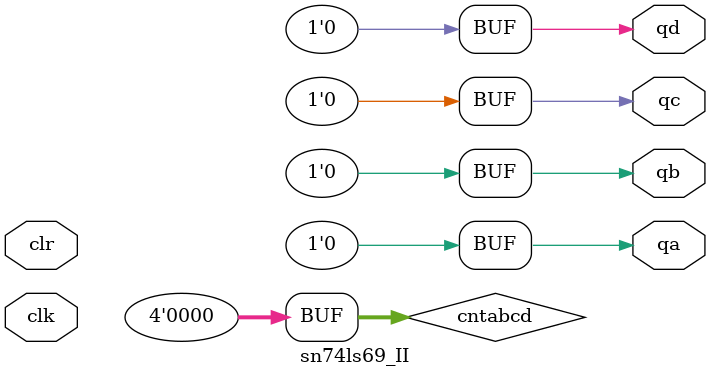
<source format=v>
module sn74ls69_I(qa, qb, qc, qd, clk1, clk2, clr);
input clk1, clk2, clr;
output qa, qb, qc, qd;
reg cnta;
reg [2:0] cntbcd;

parameter 
	// TI TTL data book Vol 1, 1985
	tPLHA_min=0, tPLHA_typ=7,  tPLHA_max=11,	//TPL CLK1 -> QA
	tPHLA_min=0, tPHLA_typ=14, tPHLA_max=21,
	tPLHB_min=0, tPLHB_typ=7,  tPLHB_max=11,	//TPL CLK2 -> QB
	tPHLB_min=0, tPHLB_typ=14, tPHLB_max=21,
	tPLHC_min=0, tPLHC_typ=16, tPLHC_max=24,	//TPL CLK2 -> QC
	tPHLC_min=0, tPHLC_typ=21, tPHLC_max=32,
	tPLHD_min=0, tPLHD_typ=25, tPLHD_max=38,	//TPL CLK2 -> QD
	tPHLD_min=0, tPHLD_typ=30, tPHLD_max=45;

/* async clear/enable */
always @(clr==0)
begin
  cnta <= 'b0;
  cntbcd <= 3'b000;
end

/* counter A */
always @(negedge clk1)
begin
	if (clr==1)
	begin
		cnta <= ~cnta;
	end
end
assign #(tPLHA_min:tPLHA_typ:tPLHA_max,
		 tPHLA_min:tPHLA_typ:tPHLA_max)
	qa = cnta;

/* counter BCD */
always @(negedge clk2)
begin
	if (clr==1)
	begin
		cntbcd <= cntbcd+1;
	end
end
assign #(tPLHB_min:tPLHB_typ:tPLHB_max,
		 tPHLB_min:tPHLB_typ:tPHLB_max)
	qb = cntbcd[0];
assign #(tPLHC_min:tPLHC_typ:tPLHC_max,
		 tPHLC_min:tPHLC_typ:tPHLC_max)
	qc = cntbcd[1];
assign #(tPLHD_min:tPLHD_typ:tPLHD_max,
		 tPHLD_min:tPHLD_typ:tPHLD_max)
	qd = cntbcd[2];

endmodule

module sn74ls69_II(qa, qb, qc, qd, clk, clr);
input clk, clr;
output qa, qb, qc, qd;
reg [3:0] cntabcd;

parameter 
	// TI TTL data book Vol 1, 1985
	tPLHA_min=0, tPLHA_typ=7,  tPLHA_max=11,	//TP CLK1 -> QA
	tPHLA_min=0, tPHLA_typ=14, tPHLA_max=21,
	tPLHB_min=0, tPLHB_typ=14, tPLHB_max=21,	//TP CLK2 -> QB
	tPHLB_min=0, tPHLB_typ=19, tPHLB_max=29,
	tPLHC_min=0, tPLHC_typ=23, tPLHC_max=35,	//TP CLK2 -> QC
	tPHLC_min=0, tPHLC_typ=27, tPHLC_max=40,
	tPLHD_min=0, tPLHD_typ=32, tPLHD_max=48,	//TP CLK2 -> QD
	tPHLD_min=0, tPHLD_typ=36, tPHLD_max=54;
	// TPHL clr -> Q not supported

/* async clear/enable */
always @(clr==0)
begin
  cntabcd <= 4'b000;
end

/* counter BCD */
always @(negedge clk)
begin
	if (clr==1)
	begin
		cntabcd <= cntabcd+1;
	end
end
assign #(tPLHA_min:tPLHA_typ:tPLHA_max,
		 tPHLA_min:tPHLA_typ:tPHLA_max)
	qa = cntabcd[0];
assign #(tPLHB_min:tPLHB_typ:tPLHB_max,
		 tPHLB_min:tPHLB_typ:tPHLB_max)
	qb = cntabcd[1];
assign #(tPLHC_min:tPLHC_typ:tPLHC_max,
		 tPHLC_min:tPHLC_typ:tPHLC_max)
	qc = cntabcd[2];
assign #(tPLHD_min:tPLHD_typ:tPLHD_max,
		 tPHLD_min:tPHLD_typ:tPHLD_max)
	qd = cntabcd[3];

endmodule

</source>
